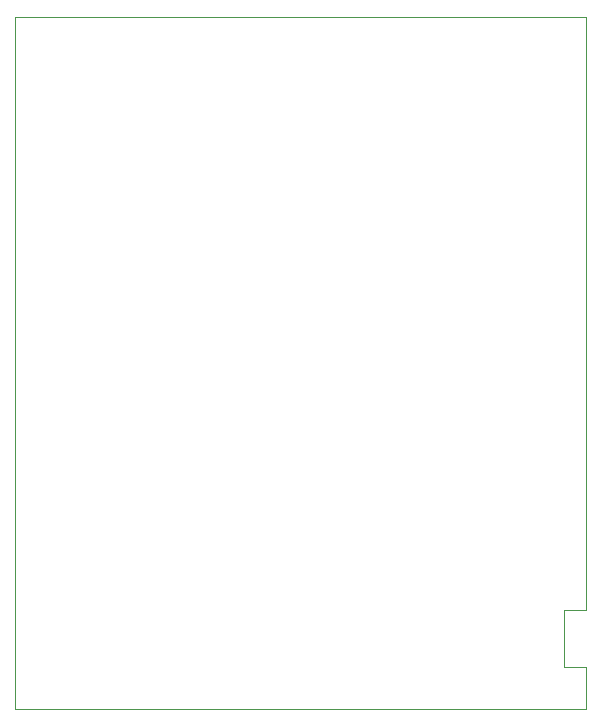
<source format=gbr>
G04 #@! TF.GenerationSoftware,KiCad,Pcbnew,(5.1.4)-1*
G04 #@! TF.CreationDate,2019-11-09T17:45:10+10:00*
G04 #@! TF.ProjectId,SegaControllerForApple2,53656761-436f-46e7-9472-6f6c6c657246,rev?*
G04 #@! TF.SameCoordinates,Original*
G04 #@! TF.FileFunction,Profile,NP*
%FSLAX46Y46*%
G04 Gerber Fmt 4.6, Leading zero omitted, Abs format (unit mm)*
G04 Created by KiCad (PCBNEW (5.1.4)-1) date 2019-11-09 17:45:10*
%MOMM*%
%LPD*%
G04 APERTURE LIST*
%ADD10C,0.050000*%
G04 APERTURE END LIST*
D10*
X154800000Y-88900000D02*
X154800000Y-92500000D01*
X152900000Y-88900000D02*
X154800000Y-88900000D01*
X152900000Y-84100000D02*
X152900000Y-88900000D01*
X154800000Y-84100000D02*
X152900000Y-84100000D01*
X154800000Y-33900000D02*
X106400000Y-33900000D01*
X154800000Y-84100000D02*
X154800000Y-33900000D01*
X106400000Y-92500000D02*
X154800000Y-92500000D01*
X106400000Y-33900000D02*
X106400000Y-92500000D01*
M02*

</source>
